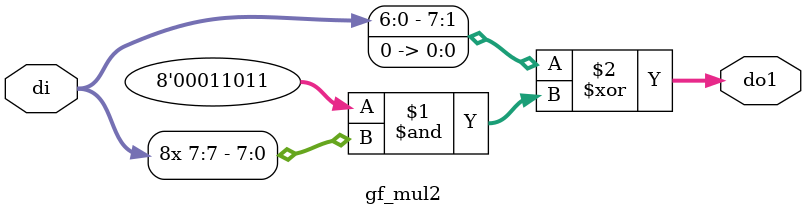
<source format=sv>
`timescale 1ns / 1ps

module gf_mul2 (
                input   logic [7:0]    di,
                output  logic [7:0]    do1);

//GF(2) multiplication with "x^8 + x^4 + x^3 + x + 1" reduction polynimial

    
assign do1 = {di[6:0], 1'b0} ^ (8'h1b & {8{di[7]}});

endmodule : gf_mul2
</source>
